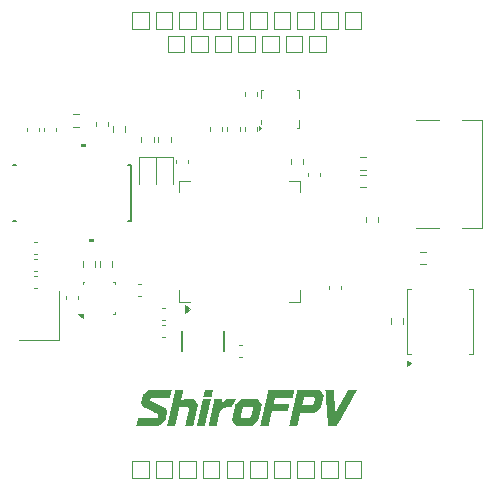
<source format=gbr>
%TF.GenerationSoftware,KiCad,Pcbnew,9.0.4*%
%TF.CreationDate,2026-01-28T15:28:05+01:00*%
%TF.ProjectId,ShiroFPV_Flight_Controller,53686972-6f46-4505-965f-466c69676874,2026-01-27*%
%TF.SameCoordinates,PX7bfa480PYb532b80*%
%TF.FileFunction,Legend,Top*%
%TF.FilePolarity,Positive*%
%FSLAX46Y46*%
G04 Gerber Fmt 4.6, Leading zero omitted, Abs format (unit mm)*
G04 Created by KiCad (PCBNEW 9.0.4) date 2026-01-28 15:28:05*
%MOMM*%
%LPD*%
G01*
G04 APERTURE LIST*
%ADD10C,0.000000*%
%ADD11C,0.120000*%
%ADD12C,0.152400*%
%ADD13C,0.100000*%
G04 APERTURE END LIST*
D10*
%TO.C,G\u002A\u002A\u002A*%
G36*
X-70966687Y121090189D02*
G01*
X-70969933Y121072923D01*
X-70974350Y121052447D01*
X-70976682Y121042573D01*
X-70980832Y121025281D01*
X-70986673Y121000389D01*
X-70993855Y120969431D01*
X-71002031Y120933940D01*
X-71010851Y120895450D01*
X-71019966Y120855493D01*
X-71029027Y120815603D01*
X-71037686Y120777313D01*
X-71045593Y120742157D01*
X-71052400Y120711668D01*
X-71057757Y120687379D01*
X-71061316Y120670824D01*
X-71061700Y120668972D01*
X-71071629Y120621382D01*
X-71079874Y120583399D01*
X-71086434Y120555024D01*
X-71091309Y120536261D01*
X-71094497Y120527114D01*
X-71095275Y120526157D01*
X-71100567Y120525942D01*
X-71114833Y120525704D01*
X-71137284Y120525448D01*
X-71167126Y120525182D01*
X-71203568Y120524909D01*
X-71245817Y120524636D01*
X-71293083Y120524368D01*
X-71344573Y120524111D01*
X-71399495Y120523871D01*
X-71439708Y120523715D01*
X-71512603Y120523501D01*
X-71576051Y120523434D01*
X-71630370Y120523516D01*
X-71675880Y120523751D01*
X-71712901Y120524144D01*
X-71741750Y120524699D01*
X-71762747Y120525418D01*
X-71776212Y120526305D01*
X-71782463Y120527365D01*
X-71782999Y120527759D01*
X-71782650Y120534308D01*
X-71780208Y120548275D01*
X-71776074Y120567634D01*
X-71770651Y120590359D01*
X-71770428Y120591247D01*
X-71763015Y120621382D01*
X-71755456Y120653405D01*
X-71747376Y120688985D01*
X-71738399Y120729794D01*
X-71728151Y120777502D01*
X-71721137Y120810598D01*
X-71716221Y120833235D01*
X-71709734Y120862180D01*
X-71702400Y120894247D01*
X-71694942Y120926253D01*
X-71692265Y120937574D01*
X-71685186Y120967604D01*
X-71678165Y120997797D01*
X-71671848Y121025348D01*
X-71666881Y121047451D01*
X-71665278Y121054782D01*
X-71661035Y121074165D01*
X-71657327Y121090577D01*
X-71654821Y121101079D01*
X-71654471Y121102398D01*
X-71653569Y121104046D01*
X-71651399Y121105468D01*
X-71647291Y121106681D01*
X-71640571Y121107702D01*
X-71630567Y121108545D01*
X-71616608Y121109230D01*
X-71598020Y121109771D01*
X-71574132Y121110185D01*
X-71544272Y121110490D01*
X-71507768Y121110701D01*
X-71463947Y121110836D01*
X-71412136Y121110910D01*
X-71351665Y121110940D01*
X-71307689Y121110944D01*
X-70963289Y121110944D01*
X-70966687Y121090189D01*
G37*
G36*
X-71164505Y120303153D02*
G01*
X-71153291Y120303049D01*
X-71150886Y120302932D01*
X-71151290Y120297978D01*
X-71153593Y120286147D01*
X-71157181Y120270482D01*
X-71160714Y120255649D01*
X-71165173Y120236437D01*
X-71170742Y120212040D01*
X-71177600Y120181655D01*
X-71185929Y120144476D01*
X-71195912Y120099699D01*
X-71207728Y120046518D01*
X-71213192Y120021885D01*
X-71222635Y119979549D01*
X-71232340Y119936488D01*
X-71241809Y119894887D01*
X-71250541Y119856932D01*
X-71258039Y119824808D01*
X-71262275Y119807003D01*
X-71265449Y119793316D01*
X-71269699Y119774354D01*
X-71273778Y119755724D01*
X-71277466Y119739214D01*
X-71282882Y119715689D01*
X-71289446Y119687625D01*
X-71296583Y119657500D01*
X-71301127Y119638516D01*
X-71308900Y119605942D01*
X-71317008Y119571546D01*
X-71324691Y119538578D01*
X-71331189Y119510290D01*
X-71333664Y119499331D01*
X-71339062Y119475297D01*
X-71344075Y119453117D01*
X-71348091Y119435485D01*
X-71350268Y119426076D01*
X-71353416Y119412399D01*
X-71357686Y119393450D01*
X-71361830Y119374797D01*
X-71366932Y119351909D01*
X-71372434Y119327622D01*
X-71376191Y119311310D01*
X-71379782Y119295660D01*
X-71384869Y119273179D01*
X-71390840Y119246574D01*
X-71397088Y119218554D01*
X-71398722Y119211194D01*
X-71406168Y119177620D01*
X-71411892Y119151839D01*
X-71416290Y119132109D01*
X-71419754Y119116690D01*
X-71422679Y119103839D01*
X-71425460Y119091814D01*
X-71428490Y119078874D01*
X-71432164Y119063276D01*
X-71432983Y119059800D01*
X-71439306Y119032793D01*
X-71446498Y119001803D01*
X-71453272Y118972371D01*
X-71455055Y118964569D01*
X-71459976Y118943043D01*
X-71466447Y118914811D01*
X-71473825Y118882680D01*
X-71481464Y118849461D01*
X-71486446Y118827826D01*
X-71494605Y118792112D01*
X-71503565Y118752388D01*
X-71512455Y118712544D01*
X-71520405Y118676472D01*
X-71523601Y118661781D01*
X-71529943Y118632743D01*
X-71536202Y118604590D01*
X-71541820Y118579799D01*
X-71546238Y118560847D01*
X-71547821Y118554340D01*
X-71551188Y118540399D01*
X-71556221Y118518960D01*
X-71562451Y118492053D01*
X-71569407Y118461710D01*
X-71576619Y118429964D01*
X-71577206Y118427364D01*
X-71587842Y118380368D01*
X-71596984Y118340206D01*
X-71605256Y118304178D01*
X-71613286Y118269582D01*
X-71621698Y118233720D01*
X-71631118Y118193889D01*
X-71638303Y118163646D01*
X-71644669Y118136734D01*
X-71650296Y118112662D01*
X-71654764Y118093254D01*
X-71657651Y118080332D01*
X-71658481Y118076275D01*
X-71659073Y118074482D01*
X-71660641Y118072932D01*
X-71663864Y118071602D01*
X-71669421Y118070471D01*
X-71677991Y118069517D01*
X-71690253Y118068718D01*
X-71706887Y118068052D01*
X-71728572Y118067497D01*
X-71755987Y118067031D01*
X-71789812Y118066632D01*
X-71830725Y118066278D01*
X-71879407Y118065948D01*
X-71936535Y118065619D01*
X-71998795Y118065290D01*
X-72337518Y118063538D01*
X-72334838Y118074523D01*
X-72332632Y118083971D01*
X-72328937Y118100211D01*
X-72324374Y118120498D01*
X-72321828Y118131902D01*
X-72316809Y118154178D01*
X-72312062Y118174788D01*
X-72308325Y118190547D01*
X-72307122Y118195390D01*
X-72304549Y118205951D01*
X-72300296Y118223971D01*
X-72294846Y118247381D01*
X-72288681Y118274114D01*
X-72284901Y118290621D01*
X-72277103Y118324654D01*
X-72268359Y118362641D01*
X-72259638Y118400377D01*
X-72251911Y118433658D01*
X-72250532Y118439573D01*
X-72246135Y118458658D01*
X-72239912Y118486008D01*
X-72232150Y118520351D01*
X-72223135Y118560415D01*
X-72213152Y118604930D01*
X-72202487Y118652622D01*
X-72191425Y118702220D01*
X-72180251Y118752453D01*
X-72179781Y118754571D01*
X-72169039Y118802909D01*
X-72158754Y118849123D01*
X-72149157Y118892185D01*
X-72140477Y118931068D01*
X-72132944Y118964744D01*
X-72126788Y118992184D01*
X-72122237Y119012363D01*
X-72119523Y119024252D01*
X-72119204Y119025615D01*
X-72112727Y119053413D01*
X-72104552Y119089152D01*
X-72095041Y119131227D01*
X-72084556Y119178031D01*
X-72073461Y119227958D01*
X-72070688Y119240496D01*
X-72057976Y119297970D01*
X-72045898Y119352453D01*
X-72034655Y119403052D01*
X-72024446Y119448871D01*
X-72015472Y119489013D01*
X-72007933Y119522585D01*
X-72002028Y119548690D01*
X-71997957Y119566432D01*
X-71997087Y119570145D01*
X-71992314Y119590567D01*
X-71985793Y119618824D01*
X-71977912Y119653219D01*
X-71969059Y119692053D01*
X-71959620Y119733631D01*
X-71949984Y119776254D01*
X-71948006Y119785026D01*
X-71931919Y119856354D01*
X-71917755Y119919032D01*
X-71905313Y119973941D01*
X-71894390Y120021966D01*
X-71884787Y120063988D01*
X-71876301Y120100891D01*
X-71868730Y120133557D01*
X-71861873Y120162869D01*
X-71857689Y120180604D01*
X-71851473Y120207148D01*
X-71845543Y120232991D01*
X-71840553Y120255238D01*
X-71837163Y120270998D01*
X-71837070Y120271451D01*
X-71831482Y120298810D01*
X-71491826Y120301458D01*
X-71435164Y120301884D01*
X-71381425Y120302255D01*
X-71331398Y120302568D01*
X-71285869Y120302821D01*
X-71245628Y120303009D01*
X-71211461Y120303129D01*
X-71184158Y120303178D01*
X-71164505Y120303153D01*
G37*
G36*
X-64080179Y121096293D02*
G01*
X-64082232Y121087372D01*
X-64086053Y121070944D01*
X-64091174Y121049012D01*
X-64097130Y121023577D01*
X-64100120Y121010829D01*
X-64107174Y120980528D01*
X-64114415Y120949002D01*
X-64121086Y120919574D01*
X-64126430Y120895566D01*
X-64127388Y120891179D01*
X-64133262Y120864456D01*
X-64139820Y120835136D01*
X-64145846Y120808639D01*
X-64147085Y120803273D01*
X-64152465Y120779968D01*
X-64158981Y120751602D01*
X-64165608Y120722641D01*
X-64168938Y120708041D01*
X-64174325Y120684452D01*
X-64179330Y120662672D01*
X-64183309Y120645496D01*
X-64185253Y120637228D01*
X-64187600Y120626947D01*
X-64191577Y120609038D01*
X-64196761Y120585422D01*
X-64202731Y120558018D01*
X-64208050Y120533450D01*
X-64226763Y120446764D01*
X-64974809Y120446764D01*
X-65722855Y120446764D01*
X-65725187Y120433334D01*
X-65727497Y120420952D01*
X-65731250Y120401793D01*
X-65735888Y120378638D01*
X-65740850Y120354269D01*
X-65745575Y120331469D01*
X-65748045Y120319789D01*
X-65750838Y120307198D01*
X-65755344Y120287439D01*
X-65761023Y120262847D01*
X-65767338Y120235761D01*
X-65769967Y120224557D01*
X-65777960Y120190543D01*
X-65787068Y120151748D01*
X-65796180Y120112900D01*
X-65804189Y120078726D01*
X-65804348Y120078047D01*
X-65811167Y120049349D01*
X-65818078Y120021001D01*
X-65824395Y119995761D01*
X-65829435Y119976388D01*
X-65830681Y119971827D01*
X-65839860Y119938862D01*
X-65164127Y119938862D01*
X-65058271Y119938833D01*
X-64962014Y119938744D01*
X-64875188Y119938595D01*
X-64797626Y119938384D01*
X-64729158Y119938110D01*
X-64669618Y119937772D01*
X-64618836Y119937367D01*
X-64576645Y119936896D01*
X-64542877Y119936357D01*
X-64517364Y119935748D01*
X-64499938Y119935068D01*
X-64490430Y119934316D01*
X-64488393Y119933722D01*
X-64489544Y119925434D01*
X-64492859Y119908624D01*
X-64498128Y119884248D01*
X-64505142Y119853258D01*
X-64513693Y119816608D01*
X-64518294Y119797235D01*
X-64524288Y119772082D01*
X-64529878Y119748544D01*
X-64534443Y119729236D01*
X-64537365Y119716774D01*
X-64537392Y119716655D01*
X-64540270Y119704306D01*
X-64544773Y119685068D01*
X-64550288Y119661560D01*
X-64556201Y119636400D01*
X-64556277Y119636074D01*
X-64561218Y119615007D01*
X-64567917Y119586352D01*
X-64575923Y119552037D01*
X-64584788Y119513988D01*
X-64594063Y119474133D01*
X-64603298Y119434400D01*
X-64603810Y119432198D01*
X-64636981Y119289367D01*
X-65312878Y119288129D01*
X-65988775Y119286891D01*
X-66004777Y119208752D01*
X-66011668Y119175910D01*
X-66019404Y119140352D01*
X-66027149Y119105845D01*
X-66034067Y119076155D01*
X-66035657Y119069568D01*
X-66044548Y119032265D01*
X-66054869Y118987548D01*
X-66066132Y118937581D01*
X-66077846Y118884526D01*
X-66085385Y118849802D01*
X-66088495Y118835822D01*
X-66093393Y118814451D01*
X-66100191Y118785209D01*
X-66109002Y118747613D01*
X-66119938Y118701183D01*
X-66124628Y118681315D01*
X-66135960Y118633091D01*
X-66145888Y118590209D01*
X-66155358Y118548534D01*
X-66165315Y118503926D01*
X-66170362Y118481085D01*
X-66175924Y118455965D01*
X-66181248Y118432111D01*
X-66185695Y118412375D01*
X-66188417Y118400504D01*
X-66191286Y118388021D01*
X-66195763Y118368288D01*
X-66201333Y118343589D01*
X-66207479Y118316208D01*
X-66210473Y118302831D01*
X-66223114Y118246755D01*
X-66234664Y118196489D01*
X-66244892Y118153020D01*
X-66253565Y118117338D01*
X-66259221Y118095090D01*
X-66266940Y118065604D01*
X-66615678Y118065788D01*
X-66683063Y118065842D01*
X-66741325Y118065938D01*
X-66791108Y118066088D01*
X-66833057Y118066308D01*
X-66867815Y118066611D01*
X-66896027Y118067011D01*
X-66918337Y118067521D01*
X-66935389Y118068156D01*
X-66947828Y118068929D01*
X-66956297Y118069855D01*
X-66961442Y118070947D01*
X-66963906Y118072218D01*
X-66964381Y118073298D01*
X-66963260Y118080447D01*
X-66960196Y118095200D01*
X-66955603Y118115681D01*
X-66949897Y118140013D01*
X-66947144Y118151437D01*
X-66940635Y118178457D01*
X-66934587Y118203979D01*
X-66929560Y118225605D01*
X-66926116Y118240938D01*
X-66925419Y118244226D01*
X-66919338Y118272749D01*
X-66910916Y118310581D01*
X-66900143Y118357769D01*
X-66887008Y118414359D01*
X-66878813Y118449341D01*
X-66871240Y118481632D01*
X-66863774Y118513577D01*
X-66856953Y118542859D01*
X-66851317Y118567166D01*
X-66847528Y118583642D01*
X-66843732Y118600234D01*
X-66838219Y118624269D01*
X-66831466Y118653673D01*
X-66823948Y118686369D01*
X-66816143Y118720285D01*
X-66813871Y118730152D01*
X-66804682Y118770209D01*
X-66794236Y118816002D01*
X-66783395Y118863737D01*
X-66773023Y118909616D01*
X-66764511Y118947476D01*
X-66756314Y118984023D01*
X-66747758Y119022090D01*
X-66739438Y119059041D01*
X-66731946Y119092241D01*
X-66725876Y119119055D01*
X-66724915Y119123288D01*
X-66718552Y119151366D01*
X-66710830Y119185558D01*
X-66702518Y119222447D01*
X-66694388Y119258614D01*
X-66690237Y119277124D01*
X-66681975Y119313815D01*
X-66672546Y119355406D01*
X-66662910Y119397671D01*
X-66654030Y119436388D01*
X-66650775Y119450494D01*
X-66643848Y119480528D01*
X-66637193Y119509532D01*
X-66631329Y119535233D01*
X-66626774Y119555359D01*
X-66624567Y119565261D01*
X-66621456Y119579189D01*
X-66616613Y119600608D01*
X-66610500Y119627489D01*
X-66603576Y119657806D01*
X-66596305Y119689530D01*
X-66595683Y119692236D01*
X-66588299Y119724511D01*
X-66579378Y119763727D01*
X-66569505Y119807294D01*
X-66559267Y119852618D01*
X-66549252Y119897109D01*
X-66542076Y119929095D01*
X-66532390Y119972258D01*
X-66521201Y120021952D01*
X-66509186Y120075186D01*
X-66497020Y120128970D01*
X-66485379Y120180312D01*
X-66475875Y120222115D01*
X-66466196Y120264739D01*
X-66456204Y120308967D01*
X-66446381Y120352648D01*
X-66437209Y120393635D01*
X-66429170Y120429776D01*
X-66422745Y120458923D01*
X-66421823Y120463147D01*
X-66414440Y120496640D01*
X-66406498Y120532072D01*
X-66398726Y120566229D01*
X-66391852Y120595896D01*
X-66388594Y120609657D01*
X-66377791Y120655104D01*
X-66365159Y120708886D01*
X-66350976Y120769803D01*
X-66335522Y120836652D01*
X-66319075Y120908233D01*
X-66309571Y120949783D01*
X-66302025Y120982806D01*
X-66294872Y121014080D01*
X-66288512Y121041854D01*
X-66283347Y121064379D01*
X-66279777Y121079905D01*
X-66278811Y121084084D01*
X-66273148Y121108503D01*
X-65175290Y121108503D01*
X-64077432Y121108503D01*
X-64080179Y121096293D01*
G37*
G36*
X-69179719Y120304979D02*
G01*
X-69138202Y120304868D01*
X-69103494Y120304678D01*
X-69075003Y120304398D01*
X-69052136Y120304016D01*
X-69034303Y120303521D01*
X-69020912Y120302902D01*
X-69011371Y120302147D01*
X-69005087Y120301245D01*
X-69001470Y120300186D01*
X-68999927Y120298957D01*
X-68999868Y120297547D01*
X-69000227Y120296737D01*
X-69004355Y120290038D01*
X-69013326Y120276120D01*
X-69026544Y120255877D01*
X-69043417Y120230206D01*
X-69063349Y120200002D01*
X-69085748Y120166159D01*
X-69110018Y120129574D01*
X-69135566Y120091141D01*
X-69161797Y120051757D01*
X-69188118Y120012316D01*
X-69213935Y119973713D01*
X-69238653Y119936845D01*
X-69261678Y119902606D01*
X-69265701Y119896637D01*
X-69288423Y119862928D01*
X-69311524Y119828638D01*
X-69333819Y119795530D01*
X-69354122Y119765364D01*
X-69371247Y119739903D01*
X-69383244Y119722045D01*
X-69421278Y119665376D01*
X-69660332Y119665376D01*
X-69899385Y119665376D01*
X-69986131Y119600252D01*
X-70016643Y119577371D01*
X-70049400Y119552850D01*
X-70081899Y119528562D01*
X-70111633Y119506377D01*
X-70136099Y119488169D01*
X-70136365Y119487972D01*
X-70159627Y119470625D01*
X-70188429Y119449039D01*
X-70220539Y119424892D01*
X-70253726Y119399864D01*
X-70285758Y119375634D01*
X-70294939Y119368672D01*
X-70324682Y119346040D01*
X-70347578Y119328356D01*
X-70364599Y119314716D01*
X-70376719Y119304213D01*
X-70384907Y119295941D01*
X-70390137Y119288995D01*
X-70393379Y119282468D01*
X-70395605Y119275455D01*
X-70395830Y119274617D01*
X-70400373Y119256636D01*
X-70406703Y119230372D01*
X-70414529Y119197088D01*
X-70423563Y119158046D01*
X-70433516Y119114507D01*
X-70444098Y119067733D01*
X-70455019Y119018987D01*
X-70465992Y118969529D01*
X-70471919Y118942592D01*
X-70475096Y118928149D01*
X-70478140Y118914422D01*
X-70481441Y118899686D01*
X-70485388Y118882221D01*
X-70490370Y118860303D01*
X-70496776Y118832210D01*
X-70504469Y118798524D01*
X-70511978Y118765627D01*
X-70519776Y118731420D01*
X-70527185Y118698877D01*
X-70533529Y118670973D01*
X-70536722Y118656897D01*
X-70542935Y118629515D01*
X-70549589Y118600266D01*
X-70555665Y118573617D01*
X-70558397Y118561665D01*
X-70563918Y118537265D01*
X-70570355Y118508377D01*
X-70576583Y118480064D01*
X-70578486Y118471317D01*
X-70583712Y118447640D01*
X-70590388Y118418034D01*
X-70597700Y118386071D01*
X-70604836Y118355324D01*
X-70605694Y118351667D01*
X-70612351Y118323189D01*
X-70618931Y118294835D01*
X-70624765Y118269503D01*
X-70629182Y118250090D01*
X-70629949Y118246668D01*
X-70634094Y118228290D01*
X-70639708Y118203645D01*
X-70646051Y118175980D01*
X-70652276Y118148995D01*
X-70657900Y118124574D01*
X-70662828Y118102946D01*
X-70666581Y118086229D01*
X-70668681Y118076542D01*
X-70668840Y118075740D01*
X-70669373Y118073848D01*
X-70670650Y118072217D01*
X-70673351Y118070827D01*
X-70678154Y118069658D01*
X-70685741Y118068689D01*
X-70696791Y118067902D01*
X-70711984Y118067275D01*
X-70731999Y118066790D01*
X-70757517Y118066425D01*
X-70789217Y118066161D01*
X-70827780Y118065978D01*
X-70873885Y118065857D01*
X-70928212Y118065776D01*
X-70991441Y118065716D01*
X-71010334Y118065701D01*
X-71066971Y118065694D01*
X-71120668Y118065761D01*
X-71170639Y118065896D01*
X-71216097Y118066094D01*
X-71256258Y118066350D01*
X-71290334Y118066657D01*
X-71317541Y118067010D01*
X-71337093Y118067403D01*
X-71348203Y118067831D01*
X-71350537Y118068143D01*
X-71350232Y118074939D01*
X-71350076Y118075740D01*
X-71346700Y118091447D01*
X-71342753Y118109453D01*
X-71338004Y118130794D01*
X-71332216Y118156503D01*
X-71325157Y118187614D01*
X-71316593Y118225162D01*
X-71306290Y118270181D01*
X-71294322Y118322365D01*
X-71283772Y118368383D01*
X-71272909Y118415857D01*
X-71262166Y118462885D01*
X-71251979Y118507563D01*
X-71242780Y118547988D01*
X-71235004Y118582256D01*
X-71230277Y118603177D01*
X-71222801Y118636322D01*
X-71213792Y118676230D01*
X-71203873Y118720138D01*
X-71193670Y118765283D01*
X-71183805Y118808902D01*
X-71178418Y118832709D01*
X-71169843Y118870667D01*
X-71161306Y118908598D01*
X-71153246Y118944535D01*
X-71146103Y118976514D01*
X-71140319Y119002567D01*
X-71136862Y119018289D01*
X-71130430Y119047464D01*
X-71123104Y119080189D01*
X-71116078Y119111137D01*
X-71113282Y119123288D01*
X-71103866Y119164151D01*
X-71093968Y119207427D01*
X-71084084Y119250928D01*
X-71074707Y119292470D01*
X-71066333Y119329865D01*
X-71059455Y119360928D01*
X-71056959Y119372356D01*
X-71051162Y119398589D01*
X-71044737Y119426950D01*
X-71038854Y119452279D01*
X-71037537Y119457820D01*
X-71032813Y119477903D01*
X-71026192Y119506573D01*
X-71017889Y119542881D01*
X-71008119Y119585877D01*
X-70997099Y119634611D01*
X-70985043Y119688136D01*
X-70972168Y119745500D01*
X-70969331Y119758166D01*
X-70962099Y119790253D01*
X-70953858Y119826492D01*
X-70945710Y119862045D01*
X-70939806Y119887583D01*
X-70933047Y119916747D01*
X-70925044Y119951429D01*
X-70916719Y119987622D01*
X-70908994Y120021320D01*
X-70907749Y120026768D01*
X-70900580Y120058005D01*
X-70892972Y120090919D01*
X-70885721Y120122084D01*
X-70879622Y120148073D01*
X-70878279Y120153744D01*
X-70871564Y120182203D01*
X-70864109Y120214062D01*
X-70857175Y120243924D01*
X-70854886Y120253859D01*
X-70843666Y120302696D01*
X-70505887Y120303523D01*
X-70440296Y120303677D01*
X-70383794Y120303785D01*
X-70335704Y120303828D01*
X-70295348Y120303790D01*
X-70262050Y120303653D01*
X-70235130Y120303400D01*
X-70213912Y120303014D01*
X-70197718Y120302477D01*
X-70185871Y120301772D01*
X-70177692Y120300882D01*
X-70172504Y120299789D01*
X-70169629Y120298476D01*
X-70168391Y120296926D01*
X-70168110Y120295122D01*
X-70168109Y120294903D01*
X-70169311Y120285135D01*
X-70172413Y120269843D01*
X-70175434Y120257448D01*
X-70179011Y120243193D01*
X-70184215Y120221699D01*
X-70190501Y120195249D01*
X-70197326Y120166128D01*
X-70201997Y120145964D01*
X-70209304Y120114829D01*
X-70216912Y120083388D01*
X-70224142Y120054388D01*
X-70230312Y120030576D01*
X-70233142Y120020210D01*
X-70237979Y120001630D01*
X-70240982Y119987210D01*
X-70241753Y119979031D01*
X-70241190Y119977931D01*
X-70236415Y119980992D01*
X-70225604Y119989474D01*
X-70210036Y120002325D01*
X-70190989Y120018494D01*
X-70174379Y120032873D01*
X-70148498Y120055321D01*
X-70118052Y120081507D01*
X-70085983Y120108916D01*
X-70055228Y120135031D01*
X-70038835Y120148860D01*
X-70011176Y120172166D01*
X-69981315Y120197405D01*
X-69951896Y120222338D01*
X-69925563Y120244724D01*
X-69911066Y120257095D01*
X-69855888Y120304284D01*
X-69425707Y120304857D01*
X-69351039Y120304950D01*
X-69285546Y120305008D01*
X-69228636Y120305022D01*
X-69179719Y120304979D01*
G37*
G36*
X-75240925Y121109745D02*
G01*
X-75150638Y121109715D01*
X-75063900Y121109670D01*
X-74981180Y121109610D01*
X-74902946Y121109535D01*
X-74829668Y121109447D01*
X-74761814Y121109347D01*
X-74699854Y121109234D01*
X-74644257Y121109111D01*
X-74595490Y121108977D01*
X-74554025Y121108834D01*
X-74520328Y121108682D01*
X-74494869Y121108522D01*
X-74478118Y121108355D01*
X-74470543Y121108181D01*
X-74470134Y121108135D01*
X-74469846Y121102926D01*
X-74471764Y121090750D01*
X-74475483Y121074051D01*
X-74476297Y121070815D01*
X-74480604Y121053329D01*
X-74486370Y121028997D01*
X-74492969Y121000513D01*
X-74499772Y120970572D01*
X-74502785Y120957109D01*
X-74510439Y120922720D01*
X-74519047Y120884053D01*
X-74527645Y120845445D01*
X-74535266Y120811230D01*
X-74536495Y120805715D01*
X-74543781Y120773402D01*
X-74551907Y120737996D01*
X-74559933Y120703560D01*
X-74566918Y120674157D01*
X-74567580Y120671414D01*
X-74574511Y120642158D01*
X-74581773Y120610510D01*
X-74588398Y120580737D01*
X-74592507Y120561531D01*
X-74597309Y120539137D01*
X-74601912Y120518838D01*
X-74605649Y120503530D01*
X-74607167Y120498043D01*
X-74611200Y120482768D01*
X-74614804Y120465850D01*
X-74614944Y120465078D01*
X-74618225Y120446764D01*
X-75410058Y120446733D01*
X-76201891Y120446701D01*
X-76224517Y120427306D01*
X-76238002Y120414632D01*
X-76245587Y120403597D01*
X-76249538Y120390476D01*
X-76250495Y120384605D01*
X-76252798Y120371903D01*
X-76256983Y120351931D01*
X-76262565Y120326894D01*
X-76269057Y120298998D01*
X-76273291Y120281374D01*
X-76279623Y120254944D01*
X-76284917Y120232069D01*
X-76288824Y120214323D01*
X-76290994Y120203280D01*
X-76291266Y120200338D01*
X-76285844Y120197306D01*
X-76272444Y120190255D01*
X-76251806Y120179563D01*
X-76224674Y120165608D01*
X-76191790Y120148768D01*
X-76153896Y120129422D01*
X-76111733Y120107948D01*
X-76066045Y120084725D01*
X-76017574Y120060130D01*
X-75967062Y120034541D01*
X-75915250Y120008338D01*
X-75862882Y119981899D01*
X-75842940Y119971843D01*
X-75786693Y119943478D01*
X-75724850Y119912268D01*
X-75659494Y119879267D01*
X-75592714Y119845529D01*
X-75526593Y119812109D01*
X-75463217Y119780059D01*
X-75404673Y119750433D01*
X-75359456Y119727535D01*
X-75312680Y119703847D01*
X-75266425Y119680444D01*
X-75221829Y119657901D01*
X-75180028Y119636790D01*
X-75142160Y119617686D01*
X-75109361Y119601162D01*
X-75082767Y119587792D01*
X-75063517Y119578151D01*
X-75060602Y119576697D01*
X-75033739Y119563073D01*
X-75014152Y119552398D01*
X-75000218Y119543592D01*
X-74990316Y119535573D01*
X-74982824Y119527261D01*
X-74979423Y119522581D01*
X-74972867Y119512801D01*
X-74961910Y119496183D01*
X-74947447Y119474098D01*
X-74930374Y119447914D01*
X-74911586Y119419000D01*
X-74895634Y119394382D01*
X-74826144Y119286991D01*
X-74834526Y119250313D01*
X-74839167Y119229863D01*
X-74843441Y119210789D01*
X-74846460Y119197055D01*
X-74846569Y119196543D01*
X-74848656Y119187116D01*
X-74852576Y119169694D01*
X-74857985Y119145799D01*
X-74864536Y119116959D01*
X-74871884Y119084698D01*
X-74877567Y119059800D01*
X-74885571Y119024755D01*
X-74893303Y118990867D01*
X-74900353Y118959942D01*
X-74906309Y118933782D01*
X-74910761Y118914191D01*
X-74912624Y118905965D01*
X-74916409Y118889442D01*
X-74921873Y118865898D01*
X-74928437Y118837814D01*
X-74935523Y118807669D01*
X-74939989Y118788756D01*
X-74947617Y118756091D01*
X-74955515Y118721522D01*
X-74962945Y118688330D01*
X-74969170Y118659796D01*
X-74971486Y118648846D01*
X-74981748Y118601843D01*
X-74991303Y118562643D01*
X-75000025Y118531673D01*
X-75007791Y118509357D01*
X-75014475Y118496121D01*
X-75016964Y118493344D01*
X-75032263Y118480946D01*
X-75052980Y118463952D01*
X-75077061Y118444063D01*
X-75102456Y118422977D01*
X-75127111Y118402394D01*
X-75147017Y118385666D01*
X-75167966Y118368030D01*
X-75195897Y118344590D01*
X-75230280Y118315788D01*
X-75270587Y118282065D01*
X-75316289Y118243863D01*
X-75366859Y118201625D01*
X-75421769Y118155792D01*
X-75432712Y118146661D01*
X-75453400Y118129364D01*
X-75471398Y118114250D01*
X-75485392Y118102429D01*
X-75494066Y118095009D01*
X-75496242Y118093058D01*
X-75501239Y118088326D01*
X-75510395Y118080059D01*
X-75512508Y118078181D01*
X-75526289Y118065972D01*
X-76484317Y118065972D01*
X-76580472Y118065980D01*
X-76674092Y118066004D01*
X-76764704Y118066043D01*
X-76851834Y118066095D01*
X-76935006Y118066162D01*
X-77013747Y118066240D01*
X-77087582Y118066330D01*
X-77156038Y118066432D01*
X-77218640Y118066543D01*
X-77274913Y118066664D01*
X-77324385Y118066793D01*
X-77366579Y118066930D01*
X-77401023Y118067074D01*
X-77427241Y118067225D01*
X-77444760Y118067380D01*
X-77453106Y118067541D01*
X-77453706Y118067582D01*
X-77461843Y118071019D01*
X-77462694Y118075377D01*
X-77460471Y118083072D01*
X-77456425Y118098982D01*
X-77450869Y118121788D01*
X-77444114Y118150173D01*
X-77436470Y118182820D01*
X-77428250Y118218410D01*
X-77419764Y118255627D01*
X-77412982Y118285738D01*
X-77405185Y118320467D01*
X-77396321Y118359802D01*
X-77387396Y118399278D01*
X-77379421Y118434431D01*
X-77378250Y118439573D01*
X-77371411Y118469612D01*
X-77364453Y118500179D01*
X-77358059Y118528267D01*
X-77352916Y118550865D01*
X-77351570Y118556782D01*
X-77347066Y118576856D01*
X-77341190Y118603461D01*
X-77334602Y118633573D01*
X-77327967Y118664171D01*
X-77325852Y118673990D01*
X-77309580Y118749687D01*
X-76496900Y118750680D01*
X-75684221Y118751673D01*
X-75664281Y118774037D01*
X-75654892Y118785298D01*
X-75648215Y118795925D01*
X-75643140Y118808592D01*
X-75638557Y118825971D01*
X-75634246Y118846299D01*
X-75629124Y118870957D01*
X-75622623Y118901293D01*
X-75615574Y118933475D01*
X-75608808Y118963668D01*
X-75608754Y118963904D01*
X-75603385Y118988256D01*
X-75599125Y119009017D01*
X-75596310Y119024431D01*
X-75595277Y119032743D01*
X-75595414Y119033667D01*
X-75598073Y119035198D01*
X-75605401Y119039057D01*
X-75617652Y119045374D01*
X-75635080Y119054276D01*
X-75657940Y119065890D01*
X-75686485Y119080346D01*
X-75720969Y119097770D01*
X-75761647Y119118292D01*
X-75808773Y119142039D01*
X-75862601Y119169139D01*
X-75923384Y119199720D01*
X-75991378Y119233910D01*
X-76066835Y119271838D01*
X-76150011Y119313631D01*
X-76241159Y119359418D01*
X-76340533Y119409326D01*
X-76447341Y119462958D01*
X-76883255Y119681828D01*
X-76933726Y119755404D01*
X-76953861Y119784776D01*
X-76975829Y119816856D01*
X-76997524Y119848566D01*
X-77016842Y119876831D01*
X-77024912Y119888653D01*
X-77065627Y119948327D01*
X-77055304Y119998536D01*
X-77043385Y120055408D01*
X-77029356Y120120399D01*
X-77013510Y120192159D01*
X-76996144Y120269340D01*
X-76993003Y120283161D01*
X-76985811Y120314898D01*
X-76977071Y120353682D01*
X-76967342Y120397023D01*
X-76957181Y120442432D01*
X-76947147Y120487418D01*
X-76938816Y120524903D01*
X-76930617Y120561206D01*
X-76922816Y120594502D01*
X-76915724Y120623570D01*
X-76909647Y120647188D01*
X-76904894Y120664134D01*
X-76901774Y120673187D01*
X-76901115Y120674273D01*
X-76893508Y120681001D01*
X-76879406Y120693187D01*
X-76859786Y120710000D01*
X-76835628Y120730609D01*
X-76807911Y120754184D01*
X-76777613Y120779895D01*
X-76745712Y120806912D01*
X-76713188Y120834403D01*
X-76681019Y120861539D01*
X-76650184Y120887489D01*
X-76621661Y120911422D01*
X-76619047Y120913612D01*
X-76587118Y120940384D01*
X-76554134Y120968110D01*
X-76521839Y120995320D01*
X-76491977Y121020543D01*
X-76466292Y121042307D01*
X-76448118Y121057782D01*
X-76387470Y121109619D01*
X-75430270Y121109753D01*
X-75334292Y121109758D01*
X-75240925Y121109745D01*
G37*
G36*
X-67865721Y120303991D02*
G01*
X-67784062Y120303743D01*
X-67705096Y120303476D01*
X-67629375Y120303192D01*
X-67557447Y120302894D01*
X-67489862Y120302586D01*
X-67427170Y120302271D01*
X-67369921Y120301951D01*
X-67318664Y120301631D01*
X-67273949Y120301314D01*
X-67236327Y120301002D01*
X-67206345Y120300699D01*
X-67184555Y120300408D01*
X-67171506Y120300133D01*
X-67167692Y120299909D01*
X-67163875Y120295166D01*
X-67156081Y120285122D01*
X-67148964Y120275836D01*
X-67141662Y120266337D01*
X-67129293Y120250333D01*
X-67112790Y120229025D01*
X-67093085Y120203617D01*
X-67071111Y120175311D01*
X-67047800Y120145309D01*
X-67042967Y120139093D01*
X-67019275Y120108617D01*
X-66996526Y120079345D01*
X-66975696Y120052535D01*
X-66957762Y120029443D01*
X-66943700Y120011325D01*
X-66934485Y119999439D01*
X-66933436Y119998084D01*
X-66922579Y119984199D01*
X-66907483Y119965098D01*
X-66890042Y119943167D01*
X-66872149Y119920794D01*
X-66869867Y119917950D01*
X-66826595Y119864060D01*
X-66834816Y119824543D01*
X-66839311Y119803474D01*
X-66845205Y119776589D01*
X-66851683Y119747583D01*
X-66857047Y119723980D01*
X-66864037Y119693470D01*
X-66871817Y119659425D01*
X-66879289Y119626659D01*
X-66883812Y119606772D01*
X-66890423Y119577876D01*
X-66898184Y119544280D01*
X-66905983Y119510784D01*
X-66910964Y119489564D01*
X-66925922Y119425660D01*
X-66942014Y119356068D01*
X-66958354Y119284658D01*
X-66974054Y119215299D01*
X-66984268Y119169683D01*
X-66991701Y119136418D01*
X-67000564Y119096927D01*
X-67010113Y119054506D01*
X-67019608Y119012454D01*
X-67028244Y118974336D01*
X-67036028Y118940031D01*
X-67043748Y118905950D01*
X-67050912Y118874276D01*
X-67057026Y118847190D01*
X-67061598Y118826874D01*
X-67062479Y118822942D01*
X-67068476Y118796423D01*
X-67075224Y118767009D01*
X-67081385Y118740521D01*
X-67082101Y118737478D01*
X-67086308Y118719601D01*
X-67089840Y118704493D01*
X-67093206Y118689924D01*
X-67096918Y118673662D01*
X-67101486Y118653477D01*
X-67107421Y118627138D01*
X-67111164Y118610502D01*
X-67116209Y118588234D01*
X-67120939Y118567630D01*
X-67124622Y118551870D01*
X-67125790Y118547014D01*
X-67129502Y118531254D01*
X-67132600Y118517136D01*
X-67132630Y118516990D01*
X-67138312Y118506629D01*
X-67152143Y118491489D01*
X-67174223Y118471464D01*
X-67181009Y118465712D01*
X-67202273Y118447810D01*
X-67227961Y118426079D01*
X-67255082Y118403053D01*
X-67280649Y118381266D01*
X-67284819Y118377703D01*
X-67304118Y118361273D01*
X-67329281Y118339960D01*
X-67358674Y118315142D01*
X-67390662Y118288196D01*
X-67423612Y118260500D01*
X-67455891Y118233432D01*
X-67457668Y118231944D01*
X-67488655Y118205967D01*
X-67519322Y118180201D01*
X-67548284Y118155814D01*
X-67574152Y118133978D01*
X-67595538Y118115863D01*
X-67611054Y118102639D01*
X-67613026Y118100946D01*
X-67653618Y118066044D01*
X-68331962Y118065548D01*
X-69010307Y118065051D01*
X-69022105Y118077721D01*
X-69027964Y118084580D01*
X-69039042Y118098083D01*
X-69054512Y118117202D01*
X-69073548Y118140911D01*
X-69095323Y118168180D01*
X-69119012Y118197984D01*
X-69132431Y118214924D01*
X-69157796Y118246947D01*
X-69182553Y118278135D01*
X-69205698Y118307228D01*
X-69226226Y118332964D01*
X-69243132Y118354082D01*
X-69255410Y118369322D01*
X-69258927Y118373644D01*
X-69272860Y118390865D01*
X-69290580Y118413044D01*
X-69309890Y118437419D01*
X-69328595Y118461228D01*
X-69330019Y118463051D01*
X-69373144Y118518273D01*
X-69362663Y118565608D01*
X-69357593Y118588445D01*
X-69352786Y118609974D01*
X-69348984Y118626889D01*
X-69347714Y118632479D01*
X-69343997Y118649020D01*
X-69339585Y118669046D01*
X-69337451Y118678874D01*
X-69333599Y118696011D01*
X-69328291Y118718688D01*
X-69322454Y118742971D01*
X-69320210Y118752129D01*
X-69313676Y118779223D01*
X-69306635Y118809393D01*
X-69305709Y118813492D01*
X-68629751Y118813492D01*
X-68626796Y118807329D01*
X-68618689Y118795270D01*
X-68606566Y118778890D01*
X-68591565Y118759767D01*
X-68586620Y118753665D01*
X-68543489Y118700850D01*
X-68212061Y118701508D01*
X-67880633Y118702165D01*
X-67811436Y118760979D01*
X-67742239Y118819794D01*
X-67731653Y118865321D01*
X-67726414Y118887812D01*
X-67721449Y118909059D01*
X-67717558Y118925643D01*
X-67716439Y118930383D01*
X-67713382Y118943594D01*
X-67708726Y118964092D01*
X-67702852Y118990175D01*
X-67696137Y119020144D01*
X-67688959Y119052295D01*
X-67681698Y119084928D01*
X-67674732Y119116341D01*
X-67668440Y119144834D01*
X-67663200Y119168705D01*
X-67659391Y119186253D01*
X-67657519Y119195139D01*
X-67654633Y119208553D01*
X-67650132Y119228419D01*
X-67644712Y119251700D01*
X-67640745Y119268395D01*
X-67630535Y119311302D01*
X-67620723Y119353159D01*
X-67611812Y119391792D01*
X-67604303Y119425026D01*
X-67599259Y119448053D01*
X-67594970Y119467227D01*
X-67589348Y119491198D01*
X-67583489Y119515302D01*
X-67582514Y119519214D01*
X-67572037Y119561073D01*
X-67616189Y119618456D01*
X-67660341Y119675839D01*
X-67991480Y119675594D01*
X-68322619Y119675349D01*
X-68366942Y119637398D01*
X-68387425Y119619971D01*
X-68408119Y119602551D01*
X-68426268Y119587451D01*
X-68436648Y119578959D01*
X-68450934Y119566628D01*
X-68459499Y119556138D01*
X-68464692Y119543830D01*
X-68468017Y119530123D01*
X-68472381Y119509878D01*
X-68478498Y119482081D01*
X-68485924Y119448699D01*
X-68494218Y119411697D01*
X-68502935Y119373041D01*
X-68511633Y119334696D01*
X-68519869Y119298628D01*
X-68527198Y119266803D01*
X-68532645Y119243451D01*
X-68539006Y119216007D01*
X-68545257Y119188298D01*
X-68550664Y119163619D01*
X-68554393Y119145777D01*
X-68559048Y119123473D01*
X-68564858Y119097046D01*
X-68570642Y119071858D01*
X-68571185Y119069568D01*
X-68576533Y119046424D01*
X-68581687Y119023036D01*
X-68585667Y119003865D01*
X-68586185Y119001196D01*
X-68589179Y118987011D01*
X-68594024Y118965755D01*
X-68600156Y118939820D01*
X-68607016Y118911602D01*
X-68610534Y118897420D01*
X-68617037Y118870976D01*
X-68622598Y118847566D01*
X-68626814Y118828959D01*
X-68629279Y118816922D01*
X-68629751Y118813492D01*
X-69305709Y118813492D01*
X-69300392Y118837021D01*
X-69299196Y118842477D01*
X-69294615Y118863391D01*
X-69288429Y118891436D01*
X-69280931Y118925299D01*
X-69272414Y118963667D01*
X-69263170Y119005228D01*
X-69253494Y119048670D01*
X-69243677Y119092679D01*
X-69234012Y119135944D01*
X-69224793Y119177151D01*
X-69216312Y119214989D01*
X-69208863Y119248145D01*
X-69202738Y119275305D01*
X-69198230Y119295159D01*
X-69196198Y119303984D01*
X-69191941Y119322200D01*
X-69186004Y119347545D01*
X-69178944Y119377639D01*
X-69171319Y119410104D01*
X-69164119Y119440727D01*
X-69156758Y119472119D01*
X-69149722Y119502316D01*
X-69143489Y119529251D01*
X-69138536Y119550857D01*
X-69135344Y119565066D01*
X-69135301Y119565261D01*
X-69131973Y119580347D01*
X-69127056Y119602496D01*
X-69121098Y119629238D01*
X-69114649Y119658106D01*
X-69111382Y119672702D01*
X-69104220Y119705053D01*
X-69096677Y119739752D01*
X-69089528Y119773202D01*
X-69083546Y119801807D01*
X-69082091Y119808921D01*
X-69076871Y119833802D01*
X-69072613Y119851041D01*
X-69068549Y119862605D01*
X-69063908Y119870464D01*
X-69057923Y119876588D01*
X-69054591Y119879298D01*
X-69045727Y119886580D01*
X-69031118Y119898969D01*
X-69012341Y119915110D01*
X-68990975Y119933648D01*
X-68974335Y119948193D01*
X-68953880Y119966074D01*
X-68927620Y119988942D01*
X-68897151Y120015413D01*
X-68864069Y120044103D01*
X-68829971Y120073625D01*
X-68796451Y120102594D01*
X-68788114Y120109791D01*
X-68757549Y120136202D01*
X-68728260Y120161576D01*
X-68701359Y120184944D01*
X-68677958Y120205339D01*
X-68659168Y120221793D01*
X-68646101Y120233338D01*
X-68641990Y120237032D01*
X-68624779Y120252382D01*
X-68604850Y120269715D01*
X-68589664Y120282625D01*
X-68561787Y120305976D01*
X-67865721Y120303991D01*
G37*
G36*
X-61093017Y121109756D02*
G01*
X-60740172Y121108503D01*
X-60738944Y121076759D01*
X-60738263Y121062613D01*
X-60737038Y121040609D01*
X-60735381Y121012634D01*
X-60733405Y120980576D01*
X-60731224Y120946322D01*
X-60730176Y120930248D01*
X-60727650Y120891184D01*
X-60725012Y120849312D01*
X-60722448Y120807647D01*
X-60720141Y120769202D01*
X-60718278Y120736989D01*
X-60718025Y120732459D01*
X-60716110Y120699694D01*
X-60713621Y120659702D01*
X-60710688Y120614386D01*
X-60707443Y120565651D01*
X-60704018Y120515398D01*
X-60700542Y120465532D01*
X-60697147Y120417956D01*
X-60693964Y120374573D01*
X-60691125Y120337286D01*
X-60688930Y120310021D01*
X-60686897Y120284391D01*
X-60684542Y120252517D01*
X-60682115Y120217905D01*
X-60679865Y120184063D01*
X-60679181Y120173279D01*
X-60676969Y120138293D01*
X-60674462Y120099214D01*
X-60671937Y120060341D01*
X-60669673Y120025973D01*
X-60669238Y120019443D01*
X-60667382Y119991610D01*
X-60665076Y119956870D01*
X-60662507Y119918063D01*
X-60659863Y119878029D01*
X-60657332Y119839606D01*
X-60656954Y119833863D01*
X-60654297Y119794046D01*
X-60651317Y119750384D01*
X-60648248Y119706241D01*
X-60645324Y119664982D01*
X-60642779Y119629972D01*
X-60642688Y119628749D01*
X-60635571Y119530905D01*
X-60629308Y119440676D01*
X-60623757Y119355961D01*
X-60618800Y119275078D01*
X-60616431Y119238739D01*
X-60614132Y119211523D01*
X-60611824Y119192785D01*
X-60609430Y119181881D01*
X-60607092Y119178218D01*
X-60601564Y119179338D01*
X-60600987Y119181312D01*
X-60598625Y119187615D01*
X-60592334Y119199950D01*
X-60583304Y119216029D01*
X-60579783Y119222009D01*
X-60567809Y119242533D01*
X-60551661Y119270894D01*
X-60531770Y119306315D01*
X-60508569Y119348022D01*
X-60482490Y119395238D01*
X-60453965Y119447186D01*
X-60433720Y119484217D01*
X-60414796Y119518864D01*
X-60399208Y119547319D01*
X-60385630Y119571973D01*
X-60372735Y119595219D01*
X-60359199Y119619446D01*
X-60343694Y119647046D01*
X-60325109Y119680027D01*
X-60310570Y119705925D01*
X-60292711Y119737915D01*
X-60272909Y119773523D01*
X-60252539Y119810275D01*
X-60232975Y119845698D01*
X-60227389Y119855840D01*
X-60207434Y119891981D01*
X-60185395Y119931698D01*
X-60162888Y119972092D01*
X-60141530Y120010262D01*
X-60122936Y120043310D01*
X-60119864Y120048745D01*
X-60100501Y120083170D01*
X-60078757Y120122164D01*
X-60056595Y120162188D01*
X-60035976Y120199700D01*
X-60023759Y120222115D01*
X-60006770Y120253250D01*
X-59986563Y120289997D01*
X-59964734Y120329470D01*
X-59942879Y120368782D01*
X-59922596Y120405047D01*
X-59919737Y120410137D01*
X-59899121Y120446927D01*
X-59876016Y120488360D01*
X-59852215Y120531203D01*
X-59829515Y120572226D01*
X-59809709Y120608199D01*
X-59808520Y120610368D01*
X-59788444Y120646847D01*
X-59765477Y120688366D01*
X-59741541Y120731464D01*
X-59718558Y120772680D01*
X-59700045Y120805715D01*
X-59673625Y120852751D01*
X-59648209Y120898086D01*
X-59624265Y120940877D01*
X-59602263Y120980282D01*
X-59582671Y121015459D01*
X-59565958Y121045567D01*
X-59552594Y121069763D01*
X-59543046Y121087206D01*
X-59537784Y121097052D01*
X-59537548Y121097514D01*
X-59530746Y121110944D01*
X-59147174Y121110944D01*
X-58763601Y121110944D01*
X-58772405Y121097514D01*
X-58777498Y121089192D01*
X-58786500Y121073916D01*
X-58798511Y121053238D01*
X-58812633Y121028704D01*
X-58827965Y121001866D01*
X-58829812Y120998620D01*
X-58846012Y120970139D01*
X-58865724Y120935490D01*
X-58887627Y120896995D01*
X-58910402Y120856975D01*
X-58932728Y120817749D01*
X-58947918Y120791064D01*
X-58967788Y120756132D01*
X-58987874Y120720770D01*
X-59007146Y120686796D01*
X-59024574Y120656026D01*
X-59039128Y120630278D01*
X-59048969Y120612809D01*
X-59063404Y120587192D01*
X-59080723Y120556581D01*
X-59098953Y120524456D01*
X-59116121Y120494297D01*
X-59119558Y120488276D01*
X-59133957Y120462999D01*
X-59151751Y120431671D01*
X-59171546Y120396751D01*
X-59191947Y120360702D01*
X-59211559Y120325983D01*
X-59216431Y120317347D01*
X-59233069Y120287942D01*
X-59248538Y120260794D01*
X-59262056Y120237257D01*
X-59272845Y120218684D01*
X-59280123Y120206430D01*
X-59282544Y120202581D01*
X-59288068Y120193606D01*
X-59296989Y120178192D01*
X-59308077Y120158498D01*
X-59320100Y120136686D01*
X-59320119Y120136651D01*
X-59350375Y120081332D01*
X-59377510Y120032101D01*
X-59402951Y119986401D01*
X-59428123Y119941676D01*
X-59454452Y119895369D01*
X-59463091Y119880258D01*
X-59480247Y119850186D01*
X-59499556Y119816180D01*
X-59518725Y119782286D01*
X-59535464Y119752547D01*
X-59536421Y119750841D01*
X-59583334Y119667321D01*
X-59632666Y119579789D01*
X-59681922Y119492671D01*
X-59709985Y119443169D01*
X-59749057Y119374297D01*
X-59786407Y119308406D01*
X-59821597Y119246268D01*
X-59854189Y119188659D01*
X-59883746Y119136351D01*
X-59909831Y119090119D01*
X-59932006Y119050737D01*
X-59949833Y119018978D01*
X-59951586Y119015847D01*
X-59969305Y118984270D01*
X-59989151Y118949034D01*
X-60009085Y118913751D01*
X-60027070Y118882033D01*
X-60032904Y118871779D01*
X-60047276Y118846495D01*
X-60065037Y118815158D01*
X-60084795Y118780229D01*
X-60105158Y118744171D01*
X-60124733Y118709447D01*
X-60129573Y118700850D01*
X-60148480Y118667368D01*
X-60170814Y118628008D01*
X-60195107Y118585342D01*
X-60219891Y118541946D01*
X-60243699Y118500394D01*
X-60259012Y118473759D01*
X-60280473Y118436424D01*
X-60303225Y118396714D01*
X-60325984Y118356881D01*
X-60347463Y118319181D01*
X-60366375Y118285868D01*
X-60378864Y118263761D01*
X-60396378Y118232826D01*
X-60414927Y118200348D01*
X-60432992Y118168966D01*
X-60449055Y118141320D01*
X-60459619Y118123372D01*
X-60492245Y118068447D01*
X-60860938Y118066640D01*
X-61229631Y118064833D01*
X-61232747Y118109356D01*
X-61233687Y118122974D01*
X-61235204Y118145211D01*
X-61237223Y118174939D01*
X-61239667Y118211030D01*
X-61242460Y118252357D01*
X-61245526Y118297793D01*
X-61248789Y118346211D01*
X-61252172Y118396483D01*
X-61252935Y118407830D01*
X-61256499Y118460583D01*
X-61260112Y118513545D01*
X-61263674Y118565300D01*
X-61267086Y118614431D01*
X-61270249Y118659524D01*
X-61273065Y118699161D01*
X-61275435Y118731928D01*
X-61277260Y118756408D01*
X-61277307Y118757012D01*
X-61279690Y118788654D01*
X-61282547Y118827460D01*
X-61285691Y118870853D01*
X-61288936Y118916252D01*
X-61292097Y118961077D01*
X-61294376Y118993871D01*
X-61297161Y119034066D01*
X-61299997Y119074656D01*
X-61302739Y119113592D01*
X-61305241Y119148820D01*
X-61307360Y119178292D01*
X-61308876Y119198985D01*
X-61311025Y119228544D01*
X-61313220Y119259939D01*
X-61315180Y119289095D01*
X-61316439Y119308868D01*
X-61317653Y119327290D01*
X-61319497Y119353359D01*
X-61321815Y119384987D01*
X-61324453Y119420087D01*
X-61327259Y119456569D01*
X-61328694Y119474913D01*
X-61331749Y119514244D01*
X-61335253Y119560270D01*
X-61338980Y119609943D01*
X-61342700Y119660213D01*
X-61346187Y119708033D01*
X-61348209Y119736190D01*
X-61351068Y119776033D01*
X-61353971Y119815955D01*
X-61356771Y119853980D01*
X-61359322Y119888131D01*
X-61361476Y119916432D01*
X-61363049Y119936420D01*
X-61364925Y119960249D01*
X-61367271Y119991084D01*
X-61369883Y120026185D01*
X-61372556Y120062814D01*
X-61375042Y120097582D01*
X-61377255Y120128710D01*
X-61380028Y120167362D01*
X-61383200Y120211319D01*
X-61386611Y120258363D01*
X-61390098Y120306277D01*
X-61393504Y120352842D01*
X-61394662Y120368626D01*
X-61398322Y120418679D01*
X-61402434Y120475308D01*
X-61406770Y120535344D01*
X-61411101Y120595618D01*
X-61415200Y120652963D01*
X-61418838Y120704210D01*
X-61419108Y120708041D01*
X-61422323Y120753334D01*
X-61425685Y120800262D01*
X-61429042Y120846732D01*
X-61432242Y120890655D01*
X-61435133Y120929940D01*
X-61437563Y120962496D01*
X-61438451Y120974201D01*
X-61440742Y121005205D01*
X-61442744Y121034234D01*
X-61444335Y121059355D01*
X-61445393Y121078632D01*
X-61445794Y121090132D01*
X-61445794Y121090221D01*
X-61445863Y121111009D01*
X-61093017Y121109756D01*
G37*
G36*
X-62885237Y121110232D02*
G01*
X-61943718Y121109003D01*
X-61861410Y121003754D01*
X-61837664Y120973378D01*
X-61814029Y120943125D01*
X-61791736Y120914571D01*
X-61772013Y120889290D01*
X-61756089Y120868857D01*
X-61746860Y120856993D01*
X-61730682Y120836197D01*
X-61714029Y120814846D01*
X-61699458Y120796218D01*
X-61693496Y120788622D01*
X-61682461Y120774513D01*
X-61667331Y120755063D01*
X-61649967Y120732671D01*
X-61632232Y120709734D01*
X-61629384Y120706045D01*
X-61586394Y120650328D01*
X-61606993Y120559534D01*
X-61616348Y120518299D01*
X-61623857Y120485215D01*
X-61629833Y120458910D01*
X-61634588Y120438010D01*
X-61638437Y120421142D01*
X-61641693Y120406932D01*
X-61644669Y120394008D01*
X-61647678Y120380995D01*
X-61651034Y120366519D01*
X-61651112Y120366184D01*
X-61660482Y120325531D01*
X-61668004Y120292233D01*
X-61674149Y120264154D01*
X-61679388Y120239162D01*
X-61682332Y120224557D01*
X-61686456Y120204901D01*
X-61692063Y120179643D01*
X-61698281Y120152658D01*
X-61702088Y120136651D01*
X-61708180Y120111307D01*
X-61714219Y120086015D01*
X-61719362Y120064317D01*
X-61721869Y120053628D01*
X-61728476Y120025270D01*
X-61736763Y119989761D01*
X-61746179Y119949457D01*
X-61756173Y119906717D01*
X-61758650Y119896130D01*
X-61763783Y119874554D01*
X-61768688Y119854545D01*
X-61772522Y119839525D01*
X-61773393Y119836305D01*
X-61776316Y119824638D01*
X-61780606Y119806114D01*
X-61785647Y119783439D01*
X-61790037Y119763050D01*
X-61799417Y119719240D01*
X-61807235Y119683987D01*
X-61813791Y119656257D01*
X-61819390Y119635021D01*
X-61824332Y119619245D01*
X-61828922Y119607898D01*
X-61833461Y119599949D01*
X-61838252Y119594366D01*
X-61839937Y119592869D01*
X-61850434Y119584050D01*
X-61865340Y119571471D01*
X-61881621Y119557693D01*
X-61883334Y119556241D01*
X-61901960Y119540508D01*
X-61926638Y119519752D01*
X-61955908Y119495192D01*
X-61988311Y119468049D01*
X-62022388Y119439544D01*
X-62056680Y119410898D01*
X-62089728Y119383331D01*
X-62120072Y119358064D01*
X-62142062Y119339794D01*
X-62168650Y119317717D01*
X-62199652Y119291946D01*
X-62231984Y119265047D01*
X-62262561Y119239586D01*
X-62276363Y119228083D01*
X-62299751Y119208694D01*
X-62321608Y119190775D01*
X-62340419Y119175555D01*
X-62354668Y119164261D01*
X-62362453Y119158385D01*
X-62378006Y119147497D01*
X-62977797Y119147845D01*
X-63577588Y119148194D01*
X-63581227Y119134520D01*
X-63583388Y119125653D01*
X-63587323Y119108791D01*
X-63592683Y119085474D01*
X-63599122Y119057242D01*
X-63606293Y119025633D01*
X-63613849Y118992188D01*
X-63621442Y118958446D01*
X-63628726Y118925947D01*
X-63635354Y118896230D01*
X-63640979Y118870835D01*
X-63645253Y118851302D01*
X-63647829Y118839170D01*
X-63648061Y118838016D01*
X-63650289Y118827514D01*
X-63654338Y118809162D01*
X-63659835Y118784625D01*
X-63666406Y118755571D01*
X-63673676Y118723665D01*
X-63677224Y118708176D01*
X-63689355Y118655281D01*
X-63700171Y118608064D01*
X-63710200Y118564213D01*
X-63719968Y118521416D01*
X-63730005Y118477359D01*
X-63740836Y118429729D01*
X-63752990Y118376214D01*
X-63760778Y118341900D01*
X-63768964Y118305884D01*
X-63776831Y118271371D01*
X-63784005Y118239998D01*
X-63790110Y118213406D01*
X-63794771Y118193233D01*
X-63797412Y118181960D01*
X-63805536Y118147661D01*
X-63811599Y118121628D01*
X-63815874Y118102642D01*
X-63818634Y118089483D01*
X-63820152Y118080932D01*
X-63820345Y118079558D01*
X-63821771Y118068726D01*
X-64163629Y118066167D01*
X-64220627Y118065795D01*
X-64274819Y118065545D01*
X-64325403Y118065416D01*
X-64371580Y118065403D01*
X-64412550Y118065506D01*
X-64447514Y118065719D01*
X-64475672Y118066041D01*
X-64496224Y118066469D01*
X-64508371Y118066999D01*
X-64511447Y118067432D01*
X-64514925Y118073389D01*
X-64513484Y118085129D01*
X-64512681Y118088148D01*
X-64508415Y118104393D01*
X-64502279Y118129205D01*
X-64494501Y118161614D01*
X-64485309Y118200645D01*
X-64474930Y118245329D01*
X-64463593Y118294693D01*
X-64451524Y118347765D01*
X-64442382Y118388295D01*
X-64433886Y118426051D01*
X-64425687Y118462422D01*
X-64418142Y118495831D01*
X-64411607Y118524698D01*
X-64406439Y118547447D01*
X-64402996Y118562499D01*
X-64402624Y118564107D01*
X-64392321Y118608737D01*
X-64381824Y118654490D01*
X-64371500Y118699742D01*
X-64361717Y118742873D01*
X-64352842Y118782258D01*
X-64345242Y118816275D01*
X-64339285Y118843302D01*
X-64336824Y118854686D01*
X-64332983Y118872228D01*
X-64328228Y118893380D01*
X-64325344Y118905965D01*
X-64322509Y118918438D01*
X-64317923Y118938893D01*
X-64311932Y118965770D01*
X-64304883Y118997513D01*
X-64297121Y119032562D01*
X-64288995Y119069361D01*
X-64288410Y119072010D01*
X-64279957Y119110205D01*
X-64271541Y119147966D01*
X-64263576Y119183460D01*
X-64256476Y119214854D01*
X-64250651Y119240314D01*
X-64246616Y119257589D01*
X-64242187Y119276402D01*
X-64236271Y119301882D01*
X-64229229Y119332438D01*
X-64221423Y119366478D01*
X-64213215Y119402411D01*
X-64204968Y119438646D01*
X-64197044Y119473592D01*
X-64189803Y119505656D01*
X-64183610Y119533249D01*
X-64178825Y119554779D01*
X-64175811Y119568655D01*
X-64175499Y119570145D01*
X-64173302Y119580281D01*
X-64169276Y119598376D01*
X-64163774Y119622865D01*
X-64157149Y119652186D01*
X-64149752Y119684775D01*
X-64144158Y119709329D01*
X-64135796Y119746086D01*
X-64127381Y119783265D01*
X-64124307Y119796915D01*
X-63423752Y119796915D01*
X-63422725Y119795665D01*
X-63419255Y119794578D01*
X-63412760Y119793644D01*
X-63402658Y119792856D01*
X-63388368Y119792206D01*
X-63369307Y119791685D01*
X-63344894Y119791286D01*
X-63314546Y119790999D01*
X-63277682Y119790818D01*
X-63233718Y119790734D01*
X-63182075Y119790738D01*
X-63122168Y119790823D01*
X-63053418Y119790980D01*
X-63008835Y119791103D01*
X-62593917Y119792296D01*
X-62521688Y119850402D01*
X-62498265Y119869419D01*
X-62476900Y119887092D01*
X-62459000Y119902229D01*
X-62445975Y119913641D01*
X-62439333Y119920022D01*
X-62433019Y119931029D01*
X-62426492Y119948800D01*
X-62420821Y119970415D01*
X-62420779Y119970606D01*
X-62415494Y119995117D01*
X-62409794Y120021571D01*
X-62404995Y120043861D01*
X-62398556Y120073614D01*
X-62393181Y120097968D01*
X-62387935Y120121081D01*
X-62381880Y120147117D01*
X-62379176Y120158628D01*
X-62374321Y120179581D01*
X-62368147Y120206706D01*
X-62361416Y120236632D01*
X-62354889Y120265990D01*
X-62354333Y120268510D01*
X-62348556Y120294248D01*
X-62343134Y120317559D01*
X-62338584Y120336285D01*
X-62335420Y120348269D01*
X-62334817Y120350229D01*
X-62333538Y120356143D01*
X-62334416Y120362409D01*
X-62338306Y120370483D01*
X-62346061Y120381823D01*
X-62358537Y120397884D01*
X-62373909Y120416849D01*
X-62417444Y120470121D01*
X-62844783Y120470753D01*
X-63272121Y120471385D01*
X-63274386Y120460296D01*
X-63279421Y120436427D01*
X-63286425Y120404390D01*
X-63295099Y120365520D01*
X-63305141Y120321147D01*
X-63316252Y120272606D01*
X-63328132Y120221228D01*
X-63330766Y120209906D01*
X-63341464Y120163947D01*
X-63350269Y120126065D01*
X-63357506Y120094826D01*
X-63363499Y120068795D01*
X-63368573Y120046536D01*
X-63373053Y120026615D01*
X-63377264Y120007598D01*
X-63381530Y119988048D01*
X-63386176Y119966533D01*
X-63391528Y119941616D01*
X-63392118Y119938862D01*
X-63398458Y119909683D01*
X-63404693Y119881657D01*
X-63410293Y119857126D01*
X-63414727Y119838432D01*
X-63416576Y119831101D01*
X-63420523Y119814987D01*
X-63423129Y119802118D01*
X-63423752Y119796915D01*
X-64124307Y119796915D01*
X-64119408Y119818666D01*
X-64112373Y119850083D01*
X-64106771Y119875314D01*
X-64104614Y119885142D01*
X-64098102Y119914499D01*
X-64090690Y119947123D01*
X-64083526Y119977999D01*
X-64080067Y119992583D01*
X-64073575Y120020344D01*
X-64066276Y120052649D01*
X-64059297Y120084469D01*
X-64055986Y120100023D01*
X-64050298Y120126423D01*
X-64043150Y120158533D01*
X-64035396Y120192573D01*
X-64027888Y120224763D01*
X-64026778Y120229441D01*
X-64018781Y120263426D01*
X-64009801Y120302188D01*
X-64000924Y120341011D01*
X-63993234Y120375177D01*
X-63993062Y120375951D01*
X-63987158Y120402360D01*
X-63979635Y120435793D01*
X-63971057Y120473756D01*
X-63961988Y120513752D01*
X-63952993Y120553288D01*
X-63948883Y120571298D01*
X-63940848Y120606472D01*
X-63933124Y120640294D01*
X-63926106Y120671030D01*
X-63920190Y120696945D01*
X-63915771Y120716305D01*
X-63913758Y120725134D01*
X-63908723Y120747133D01*
X-63903407Y120770219D01*
X-63900274Y120783738D01*
X-63897495Y120795881D01*
X-63892961Y120815924D01*
X-63887040Y120842233D01*
X-63880098Y120873175D01*
X-63872504Y120907113D01*
X-63866248Y120935132D01*
X-63858419Y120970219D01*
X-63850977Y121003544D01*
X-63844285Y121033488D01*
X-63838704Y121058432D01*
X-63834596Y121076757D01*
X-63832614Y121085563D01*
X-63826756Y121111461D01*
X-62885237Y121110232D01*
G37*
G36*
X-73708438Y121110134D02*
G01*
X-73658533Y121110010D01*
X-73613152Y121109798D01*
X-73573080Y121109504D01*
X-73539100Y121109134D01*
X-73511996Y121108695D01*
X-73492553Y121108194D01*
X-73481555Y121107638D01*
X-73479299Y121107226D01*
X-73480538Y121100873D01*
X-73483677Y121088245D01*
X-73486756Y121076759D01*
X-73491842Y121057501D01*
X-73496518Y121038499D01*
X-73498365Y121030364D01*
X-73510299Y120975199D01*
X-73520623Y120928003D01*
X-73529692Y120887176D01*
X-73537865Y120851119D01*
X-73545498Y120818233D01*
X-73549616Y120800831D01*
X-73556412Y120772086D01*
X-73563252Y120742770D01*
X-73569389Y120716109D01*
X-73574075Y120695330D01*
X-73574504Y120693390D01*
X-73578543Y120675478D01*
X-73584294Y120650564D01*
X-73591175Y120621144D01*
X-73598604Y120589709D01*
X-73604160Y120566414D01*
X-73628494Y120462626D01*
X-73651148Y120361607D01*
X-73654936Y120344207D01*
X-73661132Y120316120D01*
X-73668987Y120281296D01*
X-73677866Y120242493D01*
X-73687136Y120202470D01*
X-73696164Y120163985D01*
X-73701841Y120140096D01*
X-73707750Y120115065D01*
X-73712741Y120093301D01*
X-73716407Y120076622D01*
X-73718342Y120066848D01*
X-73718541Y120065240D01*
X-73715282Y120065359D01*
X-73706840Y120070846D01*
X-73697786Y120078187D01*
X-73687967Y120086621D01*
X-73671528Y120100646D01*
X-73649312Y120119548D01*
X-73622158Y120142613D01*
X-73590908Y120169129D01*
X-73556401Y120198382D01*
X-73519480Y120229657D01*
X-73480985Y120262241D01*
X-73460973Y120279171D01*
X-73430495Y120304949D01*
X-73005775Y120303621D01*
X-72942255Y120303398D01*
X-72881572Y120303135D01*
X-72824433Y120302840D01*
X-72771541Y120302517D01*
X-72723602Y120302173D01*
X-72681321Y120301814D01*
X-72645402Y120301445D01*
X-72616550Y120301073D01*
X-72595470Y120300704D01*
X-72582868Y120300342D01*
X-72579350Y120300053D01*
X-72576002Y120295600D01*
X-72567773Y120284639D01*
X-72555643Y120268476D01*
X-72540591Y120248415D01*
X-72526357Y120229441D01*
X-72505503Y120201704D01*
X-72482798Y120171608D01*
X-72460497Y120142138D01*
X-72440856Y120116277D01*
X-72434050Y120107349D01*
X-72418184Y120086471D01*
X-72398164Y120059975D01*
X-72375664Y120030085D01*
X-72352355Y119999022D01*
X-72329910Y119969009D01*
X-72327458Y119965722D01*
X-72307754Y119939442D01*
X-72289332Y119915125D01*
X-72273220Y119894106D01*
X-72260444Y119877722D01*
X-72252031Y119867307D01*
X-72250085Y119865077D01*
X-72241943Y119853903D01*
X-72237973Y119843812D01*
X-72237914Y119843101D01*
X-72238865Y119835546D01*
X-72241731Y119820184D01*
X-72246165Y119798706D01*
X-72251818Y119772805D01*
X-72257926Y119745957D01*
X-72262420Y119726568D01*
X-72266526Y119708837D01*
X-72270441Y119691896D01*
X-72274362Y119674879D01*
X-72278488Y119656922D01*
X-72283016Y119637158D01*
X-72288144Y119614720D01*
X-72294070Y119588744D01*
X-72300991Y119558362D01*
X-72309105Y119522710D01*
X-72318610Y119480921D01*
X-72329704Y119432129D01*
X-72342583Y119375468D01*
X-72356056Y119316193D01*
X-72366293Y119271222D01*
X-72376005Y119228687D01*
X-72384950Y119189641D01*
X-72392884Y119155137D01*
X-72399567Y119126227D01*
X-72404754Y119103964D01*
X-72408204Y119089401D01*
X-72409491Y119084219D01*
X-72412101Y119073641D01*
X-72416307Y119055592D01*
X-72421636Y119032146D01*
X-72427615Y119005376D01*
X-72431228Y118988987D01*
X-72438497Y118956051D01*
X-72447077Y118917491D01*
X-72456096Y118877204D01*
X-72464684Y118839088D01*
X-72468343Y118822942D01*
X-72476156Y118788388D01*
X-72484557Y118750944D01*
X-72492765Y118714115D01*
X-72499997Y118681406D01*
X-72503226Y118666664D01*
X-72508941Y118640512D01*
X-72514237Y118616378D01*
X-72518608Y118596560D01*
X-72521548Y118583359D01*
X-72522037Y118581200D01*
X-72525388Y118566308D01*
X-72529577Y118547411D01*
X-72531808Y118537247D01*
X-72534655Y118524232D01*
X-72537304Y118512176D01*
X-72540010Y118499940D01*
X-72543030Y118486389D01*
X-72546620Y118470382D01*
X-72551036Y118450784D01*
X-72556533Y118426455D01*
X-72563368Y118396257D01*
X-72571796Y118359054D01*
X-72582074Y118313707D01*
X-72584540Y118302831D01*
X-72593879Y118261585D01*
X-72602809Y118222059D01*
X-72611032Y118185582D01*
X-72618247Y118153485D01*
X-72624157Y118127099D01*
X-72628460Y118107755D01*
X-72630660Y118097716D01*
X-72637482Y118065972D01*
X-72974118Y118065297D01*
X-73030580Y118065209D01*
X-73084159Y118065176D01*
X-73134058Y118065195D01*
X-73179480Y118065262D01*
X-73219628Y118065376D01*
X-73253704Y118065534D01*
X-73280912Y118065732D01*
X-73300454Y118065969D01*
X-73311534Y118066242D01*
X-73313814Y118066433D01*
X-73314154Y118071670D01*
X-73312177Y118083759D01*
X-73308308Y118100173D01*
X-73307918Y118101641D01*
X-73302778Y118121891D01*
X-73296727Y118147352D01*
X-73290790Y118173662D01*
X-73288661Y118183527D01*
X-73283074Y118209221D01*
X-73276204Y118239926D01*
X-73269063Y118271159D01*
X-73264517Y118290621D01*
X-73249297Y118355252D01*
X-73235883Y118412682D01*
X-73223749Y118465197D01*
X-73212371Y118515081D01*
X-73201223Y118564618D01*
X-73191018Y118610502D01*
X-73182945Y118646841D01*
X-73174529Y118684492D01*
X-73166350Y118720875D01*
X-73158989Y118753410D01*
X-73153025Y118779518D01*
X-73152021Y118783873D01*
X-73144963Y118814565D01*
X-73137209Y118848539D01*
X-73129797Y118881233D01*
X-73124784Y118903523D01*
X-73119001Y118929283D01*
X-73113220Y118954870D01*
X-73108213Y118976879D01*
X-73105430Y118988987D01*
X-73102097Y119003453D01*
X-73096954Y119025891D01*
X-73090355Y119054748D01*
X-73082653Y119088472D01*
X-73074203Y119125508D01*
X-73065358Y119164305D01*
X-73056472Y119203310D01*
X-73047900Y119240969D01*
X-73039994Y119275731D01*
X-73033110Y119306042D01*
X-73027601Y119330349D01*
X-73024731Y119343054D01*
X-73019680Y119365122D01*
X-73013085Y119393447D01*
X-73005703Y119424794D01*
X-72998295Y119455925D01*
X-72996280Y119464328D01*
X-72978283Y119539208D01*
X-73024869Y119602063D01*
X-73071454Y119664917D01*
X-73440279Y119665147D01*
X-73809104Y119665376D01*
X-73815325Y119632411D01*
X-73818507Y119616491D01*
X-73823347Y119593433D01*
X-73829334Y119565622D01*
X-73835956Y119535443D01*
X-73840741Y119513982D01*
X-73847328Y119484638D01*
X-73853523Y119457009D01*
X-73858865Y119433163D01*
X-73862888Y119415169D01*
X-73864811Y119406541D01*
X-73867855Y119393172D01*
X-73872536Y119373037D01*
X-73878213Y119348871D01*
X-73884220Y119323519D01*
X-73891022Y119294397D01*
X-73898861Y119259973D01*
X-73906775Y119224509D01*
X-73913805Y119192263D01*
X-73913935Y119191660D01*
X-73920541Y119161231D01*
X-73927651Y119129131D01*
X-73934457Y119098964D01*
X-73940153Y119074334D01*
X-73940703Y119072010D01*
X-73946939Y119045566D01*
X-73954232Y119014388D01*
X-73961466Y118983264D01*
X-73965219Y118967011D01*
X-73971899Y118938135D01*
X-73979293Y118906408D01*
X-73986282Y118876616D01*
X-73989733Y118862011D01*
X-73999773Y118819524D01*
X-74007867Y118784860D01*
X-74014388Y118756357D01*
X-74019711Y118732353D01*
X-74024211Y118711183D01*
X-74028261Y118691185D01*
X-74028764Y118688641D01*
X-74033561Y118665350D01*
X-74038752Y118641838D01*
X-74043328Y118622652D01*
X-74043940Y118620270D01*
X-74047685Y118605205D01*
X-74052870Y118583388D01*
X-74058844Y118557606D01*
X-74064953Y118530645D01*
X-74065661Y118527480D01*
X-74072136Y118498655D01*
X-74078909Y118468820D01*
X-74085180Y118441484D01*
X-74090148Y118420153D01*
X-74090175Y118420039D01*
X-74096684Y118392429D01*
X-74102603Y118367207D01*
X-74108486Y118342001D01*
X-74114883Y118314440D01*
X-74122346Y118282153D01*
X-74131427Y118242770D01*
X-74131654Y118241785D01*
X-74138947Y118210093D01*
X-74144599Y118185398D01*
X-74149174Y118165182D01*
X-74153234Y118146928D01*
X-74157344Y118128117D01*
X-74162065Y118106230D01*
X-74164224Y118096177D01*
X-74170319Y118067778D01*
X-74511357Y118066435D01*
X-74852394Y118065091D01*
X-74850072Y118075299D01*
X-74847993Y118083855D01*
X-74844044Y118099630D01*
X-74838790Y118120381D01*
X-74832794Y118143868D01*
X-74832732Y118144111D01*
X-74825568Y118172680D01*
X-74818099Y118203477D01*
X-74811357Y118232204D01*
X-74807549Y118249110D01*
X-74801670Y118275411D01*
X-74794645Y118306046D01*
X-74787662Y118335866D01*
X-74785056Y118346784D01*
X-74779488Y118370250D01*
X-74774379Y118392316D01*
X-74770430Y118409933D01*
X-74768808Y118417597D01*
X-74763849Y118441506D01*
X-74757166Y118472599D01*
X-74749277Y118508554D01*
X-74740704Y118547051D01*
X-74731968Y118585766D01*
X-74723589Y118622380D01*
X-74716088Y118654569D01*
X-74709985Y118680013D01*
X-74709665Y118681315D01*
X-74705947Y118696808D01*
X-74700499Y118720063D01*
X-74693728Y118749311D01*
X-74686043Y118782783D01*
X-74677852Y118818710D01*
X-74670808Y118849802D01*
X-74662444Y118886774D01*
X-74654196Y118923111D01*
X-74646486Y118956970D01*
X-74639733Y118986506D01*
X-74634360Y119009874D01*
X-74631269Y119023173D01*
X-74625474Y119048295D01*
X-74618769Y119077993D01*
X-74612274Y119107291D01*
X-74609851Y119118404D01*
X-74604347Y119143571D01*
X-74597530Y119174391D01*
X-74590258Y119206994D01*
X-74583391Y119237510D01*
X-74583268Y119238055D01*
X-74576694Y119267165D01*
X-74569945Y119297152D01*
X-74563777Y119324655D01*
X-74558945Y119346312D01*
X-74558584Y119347937D01*
X-74553278Y119371702D01*
X-74546154Y119403367D01*
X-74537522Y119441579D01*
X-74527690Y119484985D01*
X-74516967Y119532230D01*
X-74505661Y119581960D01*
X-74494080Y119632822D01*
X-74482533Y119683462D01*
X-74471329Y119732525D01*
X-74460775Y119778659D01*
X-74451181Y119820510D01*
X-74442854Y119856722D01*
X-74436103Y119885944D01*
X-74431741Y119904676D01*
X-74424288Y119936720D01*
X-74415443Y119975158D01*
X-74405925Y120016848D01*
X-74396449Y120058646D01*
X-74387734Y120097409D01*
X-74387150Y120100023D01*
X-74378021Y120140733D01*
X-74367625Y120186849D01*
X-74356821Y120234575D01*
X-74346470Y120280114D01*
X-74337962Y120317347D01*
X-74330875Y120348372D01*
X-74322121Y120386885D01*
X-74312162Y120430843D01*
X-74301460Y120478202D01*
X-74290476Y120526917D01*
X-74279674Y120574944D01*
X-74272821Y120605484D01*
X-74261807Y120654610D01*
X-74252600Y120695646D01*
X-74244876Y120730032D01*
X-74238307Y120759209D01*
X-74232568Y120784617D01*
X-74227333Y120807698D01*
X-74222276Y120829891D01*
X-74217072Y120852639D01*
X-74211393Y120877381D01*
X-74206538Y120898504D01*
X-74195842Y120945368D01*
X-74186287Y120988069D01*
X-74176684Y121031930D01*
X-74175437Y121037689D01*
X-74170864Y121058258D01*
X-74166379Y121077520D01*
X-74162924Y121091432D01*
X-74162818Y121091829D01*
X-74158127Y121109341D01*
X-73818684Y121110088D01*
X-73762083Y121110162D01*
X-73708438Y121110134D01*
G37*
D11*
%TO.C,R17*%
X-81985648Y131979758D02*
X-81985648Y131505242D01*
X-80940648Y131979758D02*
X-80940648Y131505242D01*
%TO.C,J46*%
X-59818148Y153067500D02*
X-58418148Y153067500D01*
X-59818148Y151667500D02*
X-59818148Y153067500D01*
X-58418148Y153067500D02*
X-58418148Y151667500D01*
X-58418148Y151667500D02*
X-59818148Y151667500D01*
%TO.C,D2*%
X-75803148Y140808750D02*
X-75803148Y138523750D01*
X-74333148Y140808750D02*
X-75803148Y140808750D01*
X-74333148Y138523750D02*
X-74333148Y140808750D01*
%TO.C,C3*%
X-68285648Y143049420D02*
X-68285648Y143330580D01*
X-67265648Y143049420D02*
X-67265648Y143330580D01*
%TO.C,J19*%
X-77818148Y115067500D02*
X-76418148Y115067500D01*
X-77818148Y113667500D02*
X-77818148Y115067500D01*
X-76418148Y115067500D02*
X-76418148Y113667500D01*
X-76418148Y113667500D02*
X-77818148Y113667500D01*
%TO.C,J17*%
X-61818148Y115067500D02*
X-60418148Y115067500D01*
X-61818148Y113667500D02*
X-61818148Y115067500D01*
X-60418148Y115067500D02*
X-60418148Y113667500D01*
X-60418148Y113667500D02*
X-61818148Y113667500D01*
%TO.C,C1*%
X-68285648Y146295580D02*
X-68285648Y146014420D01*
X-67265648Y146295580D02*
X-67265648Y146014420D01*
%TO.C,C8*%
X-86758148Y143026920D02*
X-86758148Y143308080D01*
X-85738148Y143026920D02*
X-85738148Y143308080D01*
D12*
%TO.C,U10*%
X-87927348Y135392600D02*
X-87633688Y135392600D01*
X-87633688Y140142400D02*
X-87927348Y140142400D01*
X-78162610Y135392600D02*
X-77868948Y135392600D01*
X-77868948Y140142400D02*
X-78162608Y140142400D01*
X-77868948Y135392600D02*
X-77868948Y140142400D01*
D10*
G36*
X-81732649Y141628300D02*
G01*
X-82113649Y141628300D01*
X-82113649Y141882300D01*
X-81732649Y141882300D01*
X-81732649Y141628300D01*
G37*
G36*
X-81082650Y133652700D02*
G01*
X-81463650Y133652700D01*
X-81463650Y133906700D01*
X-81082650Y133906700D01*
X-81082650Y133652700D01*
G37*
D11*
%TO.C,J38*%
X-71813148Y153067500D02*
X-70413148Y153067500D01*
X-71813148Y151667500D02*
X-71813148Y153067500D01*
X-70413148Y153067500D02*
X-70413148Y151667500D01*
X-70413148Y151667500D02*
X-71813148Y151667500D01*
%TO.C,C39*%
X-71195648Y143049420D02*
X-71195648Y143330580D01*
X-70175648Y143049420D02*
X-70175648Y143330580D01*
%TO.C,J36*%
X-72813148Y151067500D02*
X-71413148Y151067500D01*
X-72813148Y149667500D02*
X-72813148Y151067500D01*
X-71413148Y151067500D02*
X-71413148Y149667500D01*
X-71413148Y149667500D02*
X-72813148Y149667500D01*
%TO.C,R16*%
X-75590648Y142051492D02*
X-75590648Y142526008D01*
X-74545648Y142051492D02*
X-74545648Y142526008D01*
%TO.C,J12*%
X-77808148Y153067500D02*
X-76408148Y153067500D01*
X-77808148Y151667500D02*
X-77808148Y153067500D01*
X-76408148Y153067500D02*
X-76408148Y151667500D01*
X-76408148Y151667500D02*
X-77808148Y151667500D01*
%TO.C,J18*%
X-75818148Y115067500D02*
X-74418148Y115067500D01*
X-75818148Y113667500D02*
X-75818148Y115067500D01*
X-74418148Y115067500D02*
X-74418148Y113667500D01*
X-74418148Y113667500D02*
X-75818148Y113667500D01*
%TO.C,C7*%
X-85877568Y130712500D02*
X-86158728Y130712500D01*
X-85877568Y129692500D02*
X-86158728Y129692500D01*
%TO.C,J31*%
X-63818148Y115067500D02*
X-62418148Y115067500D01*
X-63818148Y113667500D02*
X-63818148Y115067500D01*
X-62418148Y115067500D02*
X-62418148Y113667500D01*
X-62418148Y113667500D02*
X-63818148Y113667500D01*
%TO.C,R3*%
X-82815406Y144440000D02*
X-82340890Y144440000D01*
X-82815406Y143395000D02*
X-82340890Y143395000D01*
%TO.C,J15*%
X-65813148Y153067500D02*
X-64413148Y153067500D01*
X-65813148Y151667500D02*
X-65813148Y153067500D01*
X-64413148Y153067500D02*
X-64413148Y151667500D01*
X-64413148Y151667500D02*
X-65813148Y151667500D01*
D13*
%TO.C,U4*%
X-82003148Y130202500D02*
X-81853148Y130202500D01*
X-82003148Y130052500D02*
X-82003148Y130202500D01*
X-79303148Y130202500D02*
X-79453148Y130202500D01*
X-79303148Y130202500D02*
X-79303148Y130052500D01*
X-79303148Y127502500D02*
X-79453148Y127502500D01*
X-79293148Y127502500D02*
X-79293148Y127652500D01*
D11*
X-82003148Y127142500D02*
X-82363148Y127502500D01*
X-82003148Y127502500D01*
X-82003148Y127142500D01*
G36*
X-82003148Y127142500D02*
G01*
X-82363148Y127502500D01*
X-82003148Y127502500D01*
X-82003148Y127142500D01*
G37*
%TO.C,J24*%
X-61818148Y153067500D02*
X-60418148Y153067500D01*
X-61818148Y151667500D02*
X-61818148Y153067500D01*
X-60418148Y153067500D02*
X-60418148Y151667500D01*
X-60418148Y151667500D02*
X-61818148Y151667500D01*
%TO.C,R19*%
X-55900648Y127179758D02*
X-55900648Y126705242D01*
X-54855648Y127179758D02*
X-54855648Y126705242D01*
%TO.C,J25*%
X-69818148Y115067500D02*
X-68418148Y115067500D01*
X-69818148Y113667500D02*
X-69818148Y115067500D01*
X-68418148Y115067500D02*
X-68418148Y113667500D01*
X-68418148Y113667500D02*
X-69818148Y113667500D01*
%TO.C,J16*%
X-62818148Y151067500D02*
X-61418148Y151067500D01*
X-62818148Y149667500D02*
X-62818148Y151067500D01*
X-61418148Y151067500D02*
X-61418148Y149667500D01*
X-61418148Y149667500D02*
X-62818148Y149667500D01*
%TO.C,J40*%
X-59823148Y115067500D02*
X-58423148Y115067500D01*
X-59823148Y113667500D02*
X-59823148Y115067500D01*
X-58423148Y115067500D02*
X-58423148Y113667500D01*
X-58423148Y113667500D02*
X-59823148Y113667500D01*
%TO.C,C12*%
X-85877768Y132175100D02*
X-86158928Y132175100D01*
X-85877768Y131155100D02*
X-86158928Y131155100D01*
%TO.C,C31*%
X-77047568Y130072500D02*
X-77328728Y130072500D01*
X-77047568Y129052500D02*
X-77328728Y129052500D01*
%TO.C,J35*%
X-67813148Y153067500D02*
X-66413148Y153067500D01*
X-67813148Y151667500D02*
X-67813148Y153067500D01*
X-66413148Y153067500D02*
X-66413148Y151667500D01*
X-66413148Y151667500D02*
X-67813148Y151667500D01*
%TO.C,P1*%
X-53793148Y134767500D02*
X-51873148Y134767500D01*
X-51873148Y143927500D02*
X-53793148Y143927500D01*
X-49863148Y143927500D02*
X-48158148Y143927500D01*
X-48158148Y143927500D02*
X-48158148Y134767500D01*
X-48158148Y134767500D02*
X-49863148Y134767500D01*
%TO.C,J30*%
X-73818148Y115067500D02*
X-72418148Y115067500D01*
X-73818148Y113667500D02*
X-73818148Y115067500D01*
X-72418148Y115067500D02*
X-72418148Y113667500D01*
X-72418148Y113667500D02*
X-73818148Y113667500D01*
%TO.C,R4*%
X-79443248Y143404558D02*
X-79443248Y142930042D01*
X-78398248Y143404558D02*
X-78398248Y142930042D01*
%TO.C,J13*%
X-64818148Y151067500D02*
X-63418148Y151067500D01*
X-64818148Y149667500D02*
X-64818148Y151067500D01*
X-63418148Y151067500D02*
X-63418148Y149667500D01*
X-63418148Y149667500D02*
X-64818148Y149667500D01*
%TO.C,C26*%
X-74997568Y128022500D02*
X-75278728Y128022500D01*
X-74997568Y127002500D02*
X-75278728Y127002500D01*
%TO.C,J33*%
X-74813148Y151067500D02*
X-73413148Y151067500D01*
X-74813148Y149667500D02*
X-74813148Y151067500D01*
X-73413148Y151067500D02*
X-73413148Y149667500D01*
X-73413148Y149667500D02*
X-74813148Y149667500D01*
%TO.C,J39*%
X-73813148Y153067500D02*
X-72413148Y153067500D01*
X-73813148Y151667500D02*
X-73813148Y153067500D01*
X-72413148Y153067500D02*
X-72413148Y151667500D01*
X-72413148Y151667500D02*
X-73813148Y151667500D01*
%TO.C,J34*%
X-70818148Y151067500D02*
X-69418148Y151067500D01*
X-70818148Y149667500D02*
X-70818148Y151067500D01*
X-69418148Y151067500D02*
X-69418148Y149667500D01*
X-69418148Y149667500D02*
X-70818148Y149667500D01*
%TO.C,R6*%
X-64365648Y140180242D02*
X-64365648Y140654758D01*
X-63320648Y140180242D02*
X-63320648Y140654758D01*
%TO.C,R12*%
X-58035890Y139320000D02*
X-58510406Y139320000D01*
X-58035890Y138275000D02*
X-58510406Y138275000D01*
%TO.C,C6*%
X-69740648Y143330580D02*
X-69740648Y143049420D01*
X-68720648Y143330580D02*
X-68720648Y143049420D01*
%TO.C,C23*%
X-62893148Y139186920D02*
X-62893148Y139468080D01*
X-61873148Y139186920D02*
X-61873148Y139468080D01*
%TO.C,C27*%
X-74113148Y140281920D02*
X-74113148Y140563080D01*
X-73093148Y140281920D02*
X-73093148Y140563080D01*
%TO.C,R20*%
X-52975890Y132770000D02*
X-53450406Y132770000D01*
X-52975890Y131725000D02*
X-53450406Y131725000D01*
%TO.C,R29*%
X-80525648Y131979758D02*
X-80525648Y131505242D01*
X-79480648Y131979758D02*
X-79480648Y131505242D01*
%TO.C,C28*%
X-74997568Y126562500D02*
X-75278728Y126562500D01*
X-74997568Y125542500D02*
X-75278728Y125542500D01*
%TO.C,R14*%
X-58045648Y135270242D02*
X-58045648Y135744758D01*
X-57000648Y135270242D02*
X-57000648Y135744758D01*
%TO.C,R15*%
X-77045648Y142051492D02*
X-77045648Y142526008D01*
X-76000648Y142051492D02*
X-76000648Y142526008D01*
%TO.C,D3*%
X-77258148Y140808750D02*
X-77258148Y138523750D01*
X-75788148Y140808750D02*
X-77258148Y140808750D01*
X-75788148Y138523750D02*
X-75788148Y140808750D01*
%TO.C,C25*%
X-61138148Y129878080D02*
X-61138148Y129596920D01*
X-60118148Y129878080D02*
X-60118148Y129596920D01*
%TO.C,Y2*%
X-87388148Y125312500D02*
X-83968148Y125312500D01*
X-83968148Y125312500D02*
X-83968148Y129432500D01*
%TO.C,U8*%
X-54513148Y129627500D02*
X-54243148Y129627500D01*
X-54513148Y126867500D02*
X-54513148Y129627500D01*
X-54513148Y126867500D02*
X-54513148Y124107500D01*
X-54513148Y124107500D02*
X-54243148Y124107500D01*
X-48993148Y129627500D02*
X-49263148Y129627500D01*
X-48993148Y126867500D02*
X-48993148Y129627500D01*
X-48993148Y126867500D02*
X-48993148Y124107500D01*
X-48993148Y124107500D02*
X-49263148Y124107500D01*
X-54243148Y123342500D02*
X-54573148Y123102500D01*
X-54573148Y123582500D01*
X-54243148Y123342500D01*
G36*
X-54243148Y123342500D02*
G01*
X-54573148Y123102500D01*
X-54573148Y123582500D01*
X-54243148Y123342500D01*
G37*
%TO.C,U3*%
X-66903148Y146492500D02*
X-66728148Y146492500D01*
X-66903148Y145817500D02*
X-66903148Y146492500D01*
X-66903148Y143947500D02*
X-66903148Y143572500D01*
X-63683148Y146492500D02*
X-63858148Y146492500D01*
X-63683148Y145817500D02*
X-63683148Y146492500D01*
X-63683148Y143947500D02*
X-63683148Y143272500D01*
X-63683148Y143272500D02*
X-63858148Y143272500D01*
X-66903148Y143272500D02*
X-67093148Y143132500D01*
X-67093148Y143412500D01*
X-66903148Y143272500D01*
G36*
X-66903148Y143272500D02*
G01*
X-67093148Y143132500D01*
X-67093148Y143412500D01*
X-66903148Y143272500D01*
G37*
%TO.C,J20*%
X-71818148Y115067500D02*
X-70418148Y115067500D01*
X-71818148Y113667500D02*
X-71818148Y115067500D01*
X-70418148Y115067500D02*
X-70418148Y113667500D01*
X-70418148Y113667500D02*
X-71818148Y113667500D01*
%TO.C,C13*%
X-86158728Y133637500D02*
X-85877568Y133637500D01*
X-86158728Y132617500D02*
X-85877568Y132617500D01*
%TO.C,U1*%
X-73833148Y138797500D02*
X-72883148Y138797500D01*
X-73833148Y137847500D02*
X-73833148Y138797500D01*
X-73833148Y129527500D02*
X-73833148Y128577500D01*
X-73833148Y128577500D02*
X-72883148Y128577500D01*
X-63613148Y138797500D02*
X-64563148Y138797500D01*
X-63613148Y137847500D02*
X-63613148Y138797500D01*
X-63613148Y129527500D02*
X-63613148Y128577500D01*
X-63613148Y128577500D02*
X-64563148Y128577500D01*
X-72883148Y127962500D02*
X-73353148Y127622500D01*
X-73353148Y128302500D01*
X-72883148Y127962500D01*
G36*
X-72883148Y127962500D02*
G01*
X-73353148Y127622500D01*
X-73353148Y128302500D01*
X-72883148Y127962500D01*
G37*
D12*
%TO.C,C32*%
X-73616548Y126098400D02*
X-73616548Y124396600D01*
X-70009748Y124396600D02*
X-70009748Y126098400D01*
D11*
%TO.C,J42*%
X-66818148Y151067500D02*
X-65418148Y151067500D01*
X-66818148Y149667500D02*
X-66818148Y151067500D01*
X-65418148Y151067500D02*
X-65418148Y149667500D01*
X-65418148Y149667500D02*
X-66818148Y149667500D01*
%TO.C,J14*%
X-63818148Y153067500D02*
X-62418148Y153067500D01*
X-63818148Y151667500D02*
X-63818148Y153067500D01*
X-62418148Y153067500D02*
X-62418148Y151667500D01*
X-62418148Y151667500D02*
X-63818148Y151667500D01*
%TO.C,R13*%
X-58035890Y140780000D02*
X-58510406Y140780000D01*
X-58035890Y139735000D02*
X-58510406Y139735000D01*
%TO.C,J32*%
X-65818148Y115067500D02*
X-64418148Y115067500D01*
X-65818148Y113667500D02*
X-65818148Y115067500D01*
X-64418148Y115067500D02*
X-64418148Y113667500D01*
X-64418148Y113667500D02*
X-65818148Y113667500D01*
%TO.C,J11*%
X-75808148Y153067500D02*
X-74408148Y153067500D01*
X-75808148Y151667500D02*
X-75808148Y153067500D01*
X-74408148Y153067500D02*
X-74408148Y151667500D01*
X-74408148Y151667500D02*
X-75808148Y151667500D01*
%TO.C,C11*%
X-80883148Y143466920D02*
X-80883148Y143748080D01*
X-79863148Y143466920D02*
X-79863148Y143748080D01*
%TO.C,J37*%
X-69813148Y153067500D02*
X-68413148Y153067500D01*
X-69813148Y151667500D02*
X-69813148Y153067500D01*
X-68413148Y153067500D02*
X-68413148Y151667500D01*
X-68413148Y151667500D02*
X-69813148Y151667500D01*
%TO.C,J29*%
X-67818148Y115067500D02*
X-66418148Y115067500D01*
X-67818148Y113667500D02*
X-67818148Y115067500D01*
X-66418148Y115067500D02*
X-66418148Y113667500D01*
X-66418148Y113667500D02*
X-67818148Y113667500D01*
%TO.C,J26*%
X-68813148Y151067500D02*
X-67413148Y151067500D01*
X-68813148Y149667500D02*
X-68813148Y151067500D01*
X-67413148Y151067500D02*
X-67413148Y149667500D01*
X-67413148Y149667500D02*
X-68813148Y149667500D01*
%TO.C,C9*%
X-85298148Y143026920D02*
X-85298148Y143308080D01*
X-84278148Y143026920D02*
X-84278148Y143308080D01*
%TO.C,C10*%
X-83433148Y129058080D02*
X-83433148Y128776920D01*
X-82413148Y129058080D02*
X-82413148Y128776920D01*
%TO.C,C29*%
X-68472568Y124917500D02*
X-68753728Y124917500D01*
X-68472568Y123897500D02*
X-68753728Y123897500D01*
%TD*%
M02*

</source>
